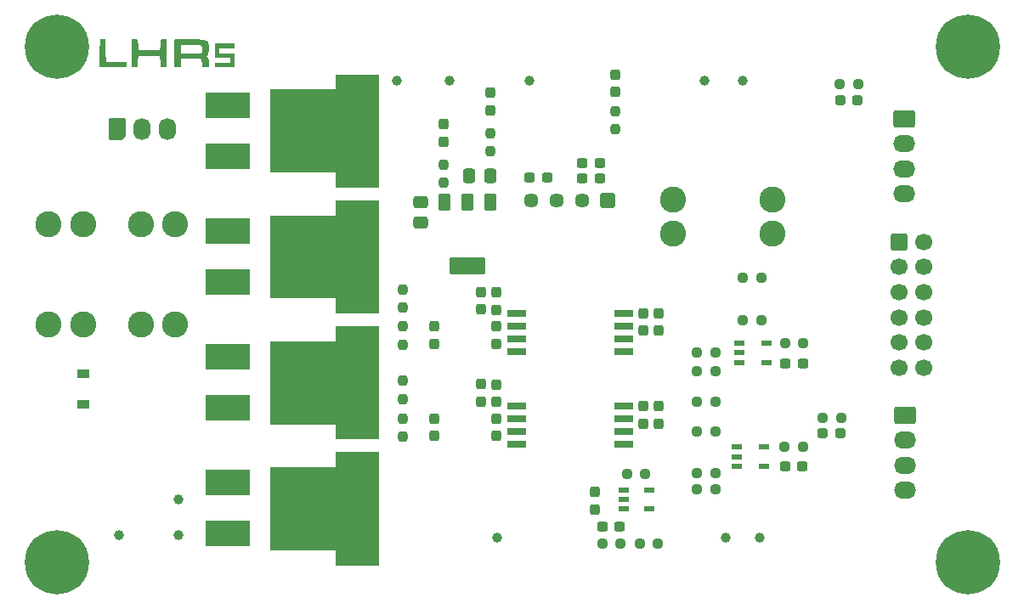
<source format=gbr>
%TF.GenerationSoftware,KiCad,Pcbnew,9.0.4*%
%TF.CreationDate,2025-10-24T20:40:39-05:00*%
%TF.ProjectId,ActivePrecharge RevB,41637469-7665-4507-9265-636861726765,rev?*%
%TF.SameCoordinates,Original*%
%TF.FileFunction,Soldermask,Top*%
%TF.FilePolarity,Negative*%
%FSLAX46Y46*%
G04 Gerber Fmt 4.6, Leading zero omitted, Abs format (unit mm)*
G04 Created by KiCad (PCBNEW 9.0.4) date 2025-10-24 20:40:39*
%MOMM*%
%LPD*%
G01*
G04 APERTURE LIST*
G04 Aperture macros list*
%AMRoundRect*
0 Rectangle with rounded corners*
0 $1 Rounding radius*
0 $2 $3 $4 $5 $6 $7 $8 $9 X,Y pos of 4 corners*
0 Add a 4 corners polygon primitive as box body*
4,1,4,$2,$3,$4,$5,$6,$7,$8,$9,$2,$3,0*
0 Add four circle primitives for the rounded corners*
1,1,$1+$1,$2,$3*
1,1,$1+$1,$4,$5*
1,1,$1+$1,$6,$7*
1,1,$1+$1,$8,$9*
0 Add four rect primitives between the rounded corners*
20,1,$1+$1,$2,$3,$4,$5,0*
20,1,$1+$1,$4,$5,$6,$7,0*
20,1,$1+$1,$6,$7,$8,$9,0*
20,1,$1+$1,$8,$9,$2,$3,0*%
%AMFreePoly0*
4,1,22,0.945671,0.830970,1.026777,0.776777,1.080970,0.695671,1.100000,0.600000,1.100000,-0.600000,1.080970,-0.695671,1.026777,-0.776777,0.945671,-0.830970,0.850000,-0.850000,-0.596447,-0.850000,-0.692118,-0.830970,-0.773224,-0.776777,-1.026777,-0.523224,-1.080970,-0.442118,-1.100000,-0.346447,-1.100000,0.600000,-1.080970,0.695671,-1.026777,0.776777,-0.945671,0.830970,-0.850000,0.850000,
0.850000,0.850000,0.945671,0.830970,0.945671,0.830970,$1*%
G04 Aperture macros list end*
%ADD10C,0.010000*%
%ADD11C,0.000000*%
%ADD12RoundRect,0.237500X-0.250000X-0.237500X0.250000X-0.237500X0.250000X0.237500X-0.250000X0.237500X0*%
%ADD13R,1.000000X0.599999*%
%ADD14RoundRect,0.237500X0.237500X-0.300000X0.237500X0.300000X-0.237500X0.300000X-0.237500X-0.300000X0*%
%ADD15RoundRect,0.250000X-0.850000X-0.600000X0.850000X-0.600000X0.850000X0.600000X-0.850000X0.600000X0*%
%ADD16O,2.200000X1.700000*%
%ADD17RoundRect,0.237500X-0.237500X0.287500X-0.237500X-0.287500X0.237500X-0.287500X0.237500X0.287500X0*%
%ADD18C,1.000000*%
%ADD19RoundRect,0.237500X-0.300000X-0.237500X0.300000X-0.237500X0.300000X0.237500X-0.300000X0.237500X0*%
%ADD20C,2.604000*%
%ADD21RoundRect,0.237500X0.250000X0.237500X-0.250000X0.237500X-0.250000X-0.237500X0.250000X-0.237500X0*%
%ADD22RoundRect,0.102000X-2.115000X-1.200000X2.115000X-1.200000X2.115000X1.200000X-2.115000X1.200000X0*%
%ADD23R,1.850000X0.650000*%
%ADD24RoundRect,0.250000X-0.600000X-0.600000X0.600000X-0.600000X0.600000X0.600000X-0.600000X0.600000X0*%
%ADD25C,1.700000*%
%ADD26RoundRect,0.250000X0.337500X0.475000X-0.337500X0.475000X-0.337500X-0.475000X0.337500X-0.475000X0*%
%ADD27C,3.600000*%
%ADD28C,6.400000*%
%ADD29RoundRect,0.237500X0.237500X-0.250000X0.237500X0.250000X-0.237500X0.250000X-0.237500X-0.250000X0*%
%ADD30RoundRect,0.237500X-0.237500X0.300000X-0.237500X-0.300000X0.237500X-0.300000X0.237500X0.300000X0*%
%ADD31RoundRect,0.237500X0.300000X0.237500X-0.300000X0.237500X-0.300000X-0.237500X0.300000X-0.237500X0*%
%ADD32R,1.050000X0.550000*%
%ADD33RoundRect,0.237500X0.287500X0.237500X-0.287500X0.237500X-0.287500X-0.237500X0.287500X-0.237500X0*%
%ADD34RoundRect,0.102000X0.625000X0.625000X-0.625000X0.625000X-0.625000X-0.625000X0.625000X-0.625000X0*%
%ADD35C,1.454000*%
%ADD36R,1.200000X0.850000*%
%ADD37RoundRect,0.102000X-0.495300X0.749300X-0.495300X-0.749300X0.495300X-0.749300X0.495300X0.749300X0*%
%ADD38RoundRect,0.102000X-1.638300X0.749300X-1.638300X-0.749300X1.638300X-0.749300X1.638300X0.749300X0*%
%ADD39FreePoly0,90.000000*%
%ADD40O,1.700000X2.200000*%
%ADD41RoundRect,0.250000X0.475000X-0.337500X0.475000X0.337500X-0.475000X0.337500X-0.475000X-0.337500X0*%
G04 APERTURE END LIST*
D10*
%TO.C,R2*%
X135860000Y-90110000D02*
X131640000Y-90110000D01*
X131640000Y-88610000D01*
X125140000Y-88610000D01*
X125140000Y-80410000D01*
X131640000Y-80410000D01*
X131640000Y-78910000D01*
X135860000Y-78910000D01*
X135860000Y-90110000D01*
G36*
X135860000Y-90110000D02*
G01*
X131640000Y-90110000D01*
X131640000Y-88610000D01*
X125140000Y-88610000D01*
X125140000Y-80410000D01*
X131640000Y-80410000D01*
X131640000Y-78910000D01*
X135860000Y-78910000D01*
X135860000Y-90110000D01*
G37*
%TO.C,R4*%
X135860000Y-115210000D02*
X131640000Y-115210000D01*
X131640000Y-113710000D01*
X125140000Y-113710000D01*
X125140000Y-105510000D01*
X131640000Y-105510000D01*
X131640000Y-104010000D01*
X135860000Y-104010000D01*
X135860000Y-115210000D01*
G36*
X135860000Y-115210000D02*
G01*
X131640000Y-115210000D01*
X131640000Y-113710000D01*
X125140000Y-113710000D01*
X125140000Y-105510000D01*
X131640000Y-105510000D01*
X131640000Y-104010000D01*
X135860000Y-104010000D01*
X135860000Y-115210000D01*
G37*
%TO.C,R3*%
X135860000Y-102660000D02*
X131640000Y-102660000D01*
X131640000Y-101160000D01*
X125140000Y-101160000D01*
X125140000Y-92960000D01*
X131640000Y-92960000D01*
X131640000Y-91460000D01*
X135860000Y-91460000D01*
X135860000Y-102660000D01*
G36*
X135860000Y-102660000D02*
G01*
X131640000Y-102660000D01*
X131640000Y-101160000D01*
X125140000Y-101160000D01*
X125140000Y-92960000D01*
X131640000Y-92960000D01*
X131640000Y-91460000D01*
X135860000Y-91460000D01*
X135860000Y-102660000D01*
G37*
%TO.C,R1*%
X135860000Y-77560000D02*
X131640000Y-77560000D01*
X131640000Y-76060000D01*
X125140000Y-76060000D01*
X125140000Y-67860000D01*
X131640000Y-67860000D01*
X131640000Y-66360000D01*
X135860000Y-66360000D01*
X135860000Y-77560000D01*
G36*
X135860000Y-77560000D02*
G01*
X131640000Y-77560000D01*
X131640000Y-76060000D01*
X125140000Y-76060000D01*
X125140000Y-67860000D01*
X131640000Y-67860000D01*
X131640000Y-66360000D01*
X135860000Y-66360000D01*
X135860000Y-77560000D01*
G37*
D11*
%TO.C,LOGO2*%
G36*
X108750794Y-63996905D02*
G01*
X108775993Y-65130833D01*
X109796528Y-65144476D01*
X110817064Y-65158119D01*
X110817064Y-65409059D01*
X110817064Y-65660000D01*
X109480751Y-65660000D01*
X108144438Y-65660000D01*
X108157834Y-64261488D01*
X108171231Y-62862976D01*
X108448413Y-62862976D01*
X108725596Y-62862976D01*
X108750794Y-63996905D01*
G37*
G36*
X121615873Y-63510198D02*
G01*
X121615873Y-63736984D01*
X120834722Y-63736984D01*
X120053571Y-63736984D01*
X120053571Y-63988968D01*
X120053571Y-64240952D01*
X120834722Y-64240952D01*
X121615873Y-64240952D01*
X121615873Y-64946508D01*
X121615873Y-65652063D01*
X120607936Y-65652063D01*
X119600000Y-65652063D01*
X119600000Y-65425278D01*
X119600000Y-65198492D01*
X120381151Y-65198492D01*
X121162301Y-65198492D01*
X121162301Y-64946508D01*
X121162301Y-64694524D01*
X120381151Y-64694524D01*
X119600000Y-64694524D01*
X119600000Y-63988968D01*
X119600000Y-63283413D01*
X120607936Y-63283413D01*
X121615873Y-63283413D01*
X121615873Y-63510198D01*
G37*
G36*
X114626828Y-62846870D02*
G01*
X114823612Y-62862976D01*
X114837008Y-64261488D01*
X114850404Y-65660000D01*
X114523678Y-65660000D01*
X114196952Y-65660000D01*
X114182703Y-65093036D01*
X114168453Y-64526071D01*
X113073982Y-64512494D01*
X111979510Y-64498916D01*
X111965251Y-65066859D01*
X111950993Y-65634801D01*
X111635211Y-65649826D01*
X111319429Y-65664851D01*
X111332830Y-64263914D01*
X111346231Y-62862976D01*
X111602691Y-62848025D01*
X111801790Y-62852861D01*
X111910363Y-62895420D01*
X111915728Y-62901244D01*
X111941275Y-62978573D01*
X111964051Y-63131243D01*
X111980876Y-63333801D01*
X111986847Y-63470561D01*
X112001389Y-63971706D01*
X113084921Y-63971706D01*
X114168453Y-63971706D01*
X114182752Y-63430474D01*
X114192061Y-63172555D01*
X114211771Y-62999779D01*
X114253781Y-62896509D01*
X114329990Y-62847105D01*
X114452298Y-62835930D01*
X114626828Y-62846870D01*
G37*
G36*
X116856389Y-62842880D02*
G01*
X117179517Y-62846724D01*
X117647725Y-62855193D01*
X118025655Y-62867869D01*
X118323823Y-62888856D01*
X118552744Y-62922257D01*
X118722934Y-62972178D01*
X118844908Y-63042721D01*
X118929182Y-63137992D01*
X118986272Y-63262094D01*
X119026693Y-63419132D01*
X119055352Y-63578856D01*
X119065781Y-63781314D01*
X119042188Y-64003805D01*
X118991695Y-64212348D01*
X118921422Y-64372966D01*
X118877371Y-64428160D01*
X118813130Y-64494076D01*
X118813297Y-64546382D01*
X118880288Y-64626572D01*
X118889499Y-64636385D01*
X118945563Y-64711351D01*
X118982230Y-64808775D01*
X119005316Y-64953634D01*
X119020634Y-65170905D01*
X119022438Y-65207429D01*
X119044076Y-65660000D01*
X118710332Y-65660000D01*
X118376588Y-65660000D01*
X118376588Y-65364415D01*
X118364342Y-65157713D01*
X118321898Y-65014351D01*
X118272136Y-64936042D01*
X118167685Y-64803254D01*
X117213803Y-64803254D01*
X116259921Y-64803254D01*
X116259921Y-65231627D01*
X116259921Y-65660000D01*
X115932342Y-65660000D01*
X115604762Y-65660000D01*
X115604762Y-64275047D01*
X115604762Y-63812116D01*
X115604762Y-63392143D01*
X116259921Y-63392143D01*
X116259921Y-63812116D01*
X116264188Y-64009653D01*
X116275542Y-64167374D01*
X116291816Y-64259012D01*
X116297719Y-64270099D01*
X116357819Y-64281199D01*
X116502244Y-64289204D01*
X116714564Y-64293761D01*
X116978345Y-64294519D01*
X117277158Y-64291126D01*
X117278719Y-64291098D01*
X117615482Y-64284007D01*
X117865965Y-64275610D01*
X118044681Y-64264404D01*
X118166141Y-64248885D01*
X118244859Y-64227551D01*
X118295349Y-64198897D01*
X118311853Y-64184093D01*
X118377195Y-64065962D01*
X118401407Y-63874497D01*
X118401786Y-63839462D01*
X118391791Y-63670129D01*
X118353410Y-63563196D01*
X118282810Y-63488484D01*
X118232720Y-63454546D01*
X118168423Y-63429601D01*
X118074814Y-63412287D01*
X117936788Y-63401247D01*
X117739240Y-63395123D01*
X117467064Y-63392554D01*
X117211878Y-63392143D01*
X116259921Y-63392143D01*
X115604762Y-63392143D01*
X115604762Y-62890095D01*
X115730608Y-62858509D01*
X115813764Y-62850726D01*
X115982805Y-62845150D01*
X116222847Y-62841903D01*
X116519004Y-62841106D01*
X116856389Y-62842880D01*
G37*
%TD*%
D12*
%TO.C,R26*%
X167650000Y-106130000D03*
X169475000Y-106130000D03*
%TD*%
D13*
%TO.C,U2*%
X171845000Y-93160000D03*
X171845000Y-94110001D03*
X171845000Y-95059999D03*
X174595000Y-95059999D03*
X174595000Y-93160000D03*
%TD*%
D14*
%TO.C,C12*%
X147700000Y-89825000D03*
X147700000Y-88100000D03*
%TD*%
%TO.C,C13*%
X147700000Y-99000000D03*
X147700000Y-97275000D03*
%TD*%
D15*
%TO.C,MainCont*%
X188352120Y-100314880D03*
D16*
X188352120Y-102814880D03*
X188352120Y-105314880D03*
X188352120Y-107814880D03*
%TD*%
D17*
%TO.C,REG_3V3*%
X142425000Y-71312500D03*
X142425000Y-73062500D03*
%TD*%
D18*
%TO.C,LVGND*%
X173950000Y-112500000D03*
%TD*%
D19*
%TO.C,C3*%
X156237500Y-76700000D03*
X157962500Y-76700000D03*
%TD*%
D20*
%TO.C,F2*%
X115650000Y-81330000D03*
X112250000Y-81330000D03*
X115650000Y-91250000D03*
X112250000Y-91250000D03*
%TD*%
D21*
%TO.C,R28*%
X169482500Y-101960000D03*
X167657500Y-101960000D03*
%TD*%
D22*
%TO.C,R2*%
X120875000Y-81970000D03*
X120875000Y-87050000D03*
%TD*%
D23*
%TO.C,IC1*%
X149675000Y-90190000D03*
X149675000Y-91460000D03*
X149675000Y-92730000D03*
X149675000Y-94000000D03*
X160325000Y-94000000D03*
X160325000Y-92730000D03*
X160325000Y-91460000D03*
X160325000Y-90190000D03*
%TD*%
D18*
%TO.C,V1*%
X172200000Y-67000000D03*
%TD*%
D21*
%TO.C,R22*%
X169487500Y-95930000D03*
X167662500Y-95930000D03*
%TD*%
D24*
%TO.C,Export*%
X187787120Y-83064880D03*
D25*
X187787120Y-85564880D03*
X187787120Y-88064880D03*
X187787120Y-90564880D03*
X187787120Y-93064880D03*
X187787120Y-95564880D03*
X190287120Y-83064880D03*
X190287120Y-85564880D03*
X190287120Y-88064880D03*
X190287120Y-90564880D03*
X190287120Y-93064880D03*
X190287120Y-95564880D03*
%TD*%
D26*
%TO.C,C1*%
X147037500Y-76450000D03*
X144962500Y-76450000D03*
%TD*%
D27*
%TO.C,H4*%
X194660000Y-115000000D03*
D28*
X194660000Y-115000000D03*
%TD*%
D19*
%TO.C,C5*%
X156237500Y-75200000D03*
X157962500Y-75200000D03*
%TD*%
D14*
%TO.C,C20*%
X157500000Y-109725000D03*
X157500000Y-108000000D03*
%TD*%
D29*
%TO.C,R11*%
X138360000Y-102475000D03*
X138360000Y-100650000D03*
%TD*%
%TO.C,R8*%
X138320000Y-89600000D03*
X138320000Y-87775000D03*
%TD*%
D30*
%TO.C,C14*%
X162270000Y-90175000D03*
X162270000Y-91900000D03*
%TD*%
D31*
%TO.C,C23*%
X178165000Y-105400000D03*
X176440000Y-105400000D03*
%TD*%
D21*
%TO.C,R29*%
X169477500Y-107730000D03*
X167652500Y-107730000D03*
%TD*%
D20*
%TO.C,F1*%
X106478633Y-81325000D03*
X103078633Y-81325000D03*
X106478633Y-91245000D03*
X103078633Y-91245000D03*
%TD*%
D32*
%TO.C,IC3*%
X160330000Y-107775000D03*
X160330000Y-108725000D03*
X160330000Y-109675000D03*
X162930000Y-109675000D03*
X162930000Y-107775000D03*
%TD*%
D18*
%TO.C,3V3*%
X168400000Y-67000000D03*
%TD*%
%TO.C,REG_3V3*%
X143050000Y-67000000D03*
%TD*%
D31*
%TO.C,C21*%
X159970000Y-111420000D03*
X158245000Y-111420000D03*
%TD*%
D18*
%TO.C,HV+*%
X116000000Y-112250000D03*
%TD*%
D33*
%TO.C,Main*%
X181950000Y-102150000D03*
X180200000Y-102150000D03*
%TD*%
D30*
%TO.C,C6*%
X141470000Y-91490000D03*
X141470000Y-93215000D03*
%TD*%
D18*
%TO.C,HV-*%
X116000000Y-108750000D03*
%TD*%
D30*
%TO.C,C11*%
X147700000Y-100675000D03*
X147700000Y-102400000D03*
%TD*%
D12*
%TO.C,R21*%
X167662500Y-94040000D03*
X169487500Y-94040000D03*
%TD*%
D30*
%TO.C,C15*%
X163800000Y-99445000D03*
X163800000Y-101170000D03*
%TD*%
D18*
%TO.C,ISO_5V*%
X151000000Y-67000000D03*
%TD*%
D12*
%TO.C,R18*%
X160675000Y-106145000D03*
X162500000Y-106145000D03*
%TD*%
D30*
%TO.C,C16*%
X163800000Y-90175000D03*
X163800000Y-91900000D03*
%TD*%
D21*
%TO.C,R23*%
X174055000Y-86640000D03*
X172230000Y-86640000D03*
%TD*%
%TO.C,R20*%
X160045000Y-113140000D03*
X158220000Y-113140000D03*
%TD*%
D27*
%TO.C,H1*%
X103850000Y-63600000D03*
D28*
X103850000Y-63600000D03*
%TD*%
D23*
%TO.C,IC2*%
X149675000Y-99405000D03*
X149675000Y-100675000D03*
X149675000Y-101945000D03*
X149675000Y-103215000D03*
X160325000Y-103215000D03*
X160325000Y-101945000D03*
X160325000Y-100675000D03*
X160325000Y-99405000D03*
%TD*%
D29*
%TO.C,R6*%
X147050000Y-74050000D03*
X147050000Y-72225000D03*
%TD*%
D22*
%TO.C,R4*%
X120875000Y-107070000D03*
X120875000Y-112150000D03*
%TD*%
D21*
%TO.C,R13*%
X182000000Y-100600000D03*
X180175000Y-100600000D03*
%TD*%
D31*
%TO.C,C22*%
X178212500Y-95140000D03*
X176487500Y-95140000D03*
%TD*%
D22*
%TO.C,R3*%
X120875000Y-94520000D03*
X120875000Y-99600000D03*
%TD*%
D34*
%TO.C,PS1*%
X158740000Y-78925000D03*
D35*
X156200000Y-78925000D03*
X153660000Y-78925000D03*
X151120000Y-78925000D03*
%TD*%
D20*
%TO.C,F3*%
X165290000Y-78800000D03*
X165290000Y-82200000D03*
X175210000Y-78800000D03*
X175210000Y-82200000D03*
%TD*%
D18*
%TO.C,Vin2*%
X147750000Y-112500000D03*
%TD*%
D29*
%TO.C,R7*%
X159500000Y-71840000D03*
X159500000Y-70015000D03*
%TD*%
%TO.C,R10*%
X138350000Y-98710000D03*
X138350000Y-96885000D03*
%TD*%
D18*
%TO.C,HVGND*%
X110050000Y-112250000D03*
%TD*%
%TO.C,V2*%
X170500000Y-112500000D03*
%TD*%
D36*
%TO.C,D1*%
X106500000Y-99225000D03*
X106500000Y-96175000D03*
%TD*%
D37*
%TO.C,U1*%
X147036000Y-79100400D03*
X144750000Y-79100400D03*
X142464000Y-79100400D03*
D38*
X144750000Y-85399600D03*
%TD*%
D31*
%TO.C,C4*%
X152712500Y-76650000D03*
X150987500Y-76650000D03*
%TD*%
D22*
%TO.C,R1*%
X120875000Y-69420000D03*
X120875000Y-74500000D03*
%TD*%
D21*
%TO.C,R12*%
X183725000Y-67318750D03*
X181900000Y-67318750D03*
%TD*%
D39*
%TO.C,HVConnector*%
X109900000Y-71825000D03*
D40*
X112400000Y-71825000D03*
X114900000Y-71825000D03*
%TD*%
D13*
%TO.C,U3*%
X171592500Y-103500001D03*
X171592500Y-104450002D03*
X171592500Y-105400000D03*
X174342500Y-105400000D03*
X174342500Y-103500001D03*
%TD*%
D30*
%TO.C,C10*%
X147700000Y-91490000D03*
X147700000Y-93215000D03*
%TD*%
D27*
%TO.C,H2*%
X194660000Y-63600000D03*
D28*
X194660000Y-63600000D03*
%TD*%
D15*
%TO.C,PreCont*%
X188342120Y-70754880D03*
D16*
X188342120Y-73254880D03*
X188342120Y-75754880D03*
X188342120Y-78254880D03*
%TD*%
D14*
%TO.C,C8*%
X146100000Y-89762500D03*
X146100000Y-88037500D03*
%TD*%
D29*
%TO.C,R9*%
X138330000Y-93315000D03*
X138330000Y-91490000D03*
%TD*%
D30*
%TO.C,C7*%
X141500000Y-100685000D03*
X141500000Y-102410000D03*
%TD*%
D29*
%TO.C,R5*%
X142425000Y-77175000D03*
X142425000Y-75350000D03*
%TD*%
D27*
%TO.C,H3*%
X103850000Y-115000000D03*
D28*
X103850000Y-115000000D03*
%TD*%
D17*
%TO.C,ISO_5V*%
X147050000Y-68162500D03*
X147050000Y-69912500D03*
%TD*%
D21*
%TO.C,R27*%
X169485000Y-99010000D03*
X167660000Y-99010000D03*
%TD*%
D41*
%TO.C,C2*%
X140100000Y-81137500D03*
X140100000Y-79062500D03*
%TD*%
D12*
%TO.C,R30*%
X176400000Y-103500000D03*
X178225000Y-103500000D03*
%TD*%
D17*
%TO.C,3V3*%
X159500000Y-66375000D03*
X159500000Y-68125000D03*
%TD*%
D14*
%TO.C,C9*%
X146100000Y-98962500D03*
X146100000Y-97237500D03*
%TD*%
D21*
%TO.C,R19*%
X163780000Y-113140000D03*
X161955000Y-113140000D03*
%TD*%
D18*
%TO.C,Vin1*%
X137800000Y-67000000D03*
%TD*%
D33*
%TO.C,Pre*%
X183687500Y-68918750D03*
X181937500Y-68918750D03*
%TD*%
D12*
%TO.C,R24*%
X172230000Y-90850000D03*
X174055000Y-90850000D03*
%TD*%
%TO.C,R25*%
X176437500Y-93140000D03*
X178262500Y-93140000D03*
%TD*%
D30*
%TO.C,C17*%
X162290000Y-99445000D03*
X162290000Y-101170000D03*
%TD*%
M02*

</source>
